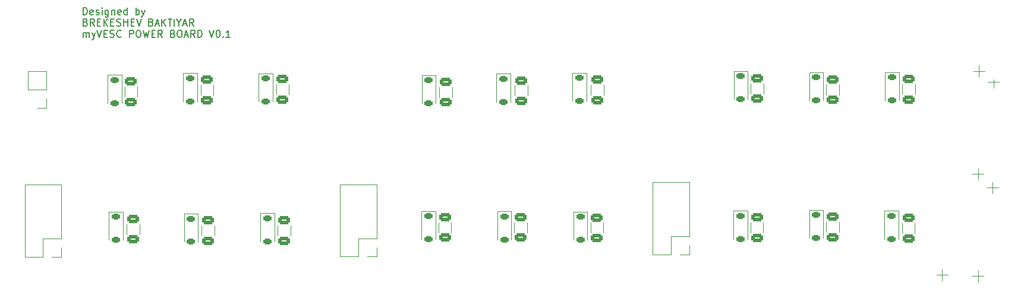
<source format=gto>
%TF.GenerationSoftware,KiCad,Pcbnew,8.0.1*%
%TF.CreationDate,2024-05-07T00:04:45+05:00*%
%TF.ProjectId,PowerBoard,506f7765-7242-46f6-9172-642e6b696361,rev?*%
%TF.SameCoordinates,Original*%
%TF.FileFunction,Legend,Top*%
%TF.FilePolarity,Positive*%
%FSLAX46Y46*%
G04 Gerber Fmt 4.6, Leading zero omitted, Abs format (unit mm)*
G04 Created by KiCad (PCBNEW 8.0.1) date 2024-05-07 00:04:45*
%MOMM*%
%LPD*%
G01*
G04 APERTURE LIST*
G04 Aperture macros list*
%AMRoundRect*
0 Rectangle with rounded corners*
0 $1 Rounding radius*
0 $2 $3 $4 $5 $6 $7 $8 $9 X,Y pos of 4 corners*
0 Add a 4 corners polygon primitive as box body*
4,1,4,$2,$3,$4,$5,$6,$7,$8,$9,$2,$3,0*
0 Add four circle primitives for the rounded corners*
1,1,$1+$1,$2,$3*
1,1,$1+$1,$4,$5*
1,1,$1+$1,$6,$7*
1,1,$1+$1,$8,$9*
0 Add four rect primitives between the rounded corners*
20,1,$1+$1,$2,$3,$4,$5,0*
20,1,$1+$1,$4,$5,$6,$7,0*
20,1,$1+$1,$6,$7,$8,$9,0*
20,1,$1+$1,$8,$9,$2,$3,0*%
G04 Aperture macros list end*
%ADD10C,0.200000*%
%ADD11C,0.120000*%
%ADD12RoundRect,0.225000X-0.375000X0.225000X-0.375000X-0.225000X0.375000X-0.225000X0.375000X0.225000X0*%
%ADD13C,2.200000*%
%ADD14RoundRect,0.250000X-0.625000X0.312500X-0.625000X-0.312500X0.625000X-0.312500X0.625000X0.312500X0*%
%ADD15R,2.400000X2.400000*%
%ADD16C,2.400000*%
%ADD17R,1.700000X1.700000*%
%ADD18O,1.700000X1.700000*%
%ADD19C,0.600000*%
G04 APERTURE END LIST*
D10*
X213269673Y-102997331D02*
X213269673Y-101997331D01*
X213269673Y-101997331D02*
X213507768Y-101997331D01*
X213507768Y-101997331D02*
X213650625Y-102044950D01*
X213650625Y-102044950D02*
X213745863Y-102140188D01*
X213745863Y-102140188D02*
X213793482Y-102235426D01*
X213793482Y-102235426D02*
X213841101Y-102425902D01*
X213841101Y-102425902D02*
X213841101Y-102568759D01*
X213841101Y-102568759D02*
X213793482Y-102759235D01*
X213793482Y-102759235D02*
X213745863Y-102854473D01*
X213745863Y-102854473D02*
X213650625Y-102949712D01*
X213650625Y-102949712D02*
X213507768Y-102997331D01*
X213507768Y-102997331D02*
X213269673Y-102997331D01*
X214650625Y-102949712D02*
X214555387Y-102997331D01*
X214555387Y-102997331D02*
X214364911Y-102997331D01*
X214364911Y-102997331D02*
X214269673Y-102949712D01*
X214269673Y-102949712D02*
X214222054Y-102854473D01*
X214222054Y-102854473D02*
X214222054Y-102473521D01*
X214222054Y-102473521D02*
X214269673Y-102378283D01*
X214269673Y-102378283D02*
X214364911Y-102330664D01*
X214364911Y-102330664D02*
X214555387Y-102330664D01*
X214555387Y-102330664D02*
X214650625Y-102378283D01*
X214650625Y-102378283D02*
X214698244Y-102473521D01*
X214698244Y-102473521D02*
X214698244Y-102568759D01*
X214698244Y-102568759D02*
X214222054Y-102663997D01*
X215079197Y-102949712D02*
X215174435Y-102997331D01*
X215174435Y-102997331D02*
X215364911Y-102997331D01*
X215364911Y-102997331D02*
X215460149Y-102949712D01*
X215460149Y-102949712D02*
X215507768Y-102854473D01*
X215507768Y-102854473D02*
X215507768Y-102806854D01*
X215507768Y-102806854D02*
X215460149Y-102711616D01*
X215460149Y-102711616D02*
X215364911Y-102663997D01*
X215364911Y-102663997D02*
X215222054Y-102663997D01*
X215222054Y-102663997D02*
X215126816Y-102616378D01*
X215126816Y-102616378D02*
X215079197Y-102521140D01*
X215079197Y-102521140D02*
X215079197Y-102473521D01*
X215079197Y-102473521D02*
X215126816Y-102378283D01*
X215126816Y-102378283D02*
X215222054Y-102330664D01*
X215222054Y-102330664D02*
X215364911Y-102330664D01*
X215364911Y-102330664D02*
X215460149Y-102378283D01*
X215936340Y-102997331D02*
X215936340Y-102330664D01*
X215936340Y-101997331D02*
X215888721Y-102044950D01*
X215888721Y-102044950D02*
X215936340Y-102092569D01*
X215936340Y-102092569D02*
X215983959Y-102044950D01*
X215983959Y-102044950D02*
X215936340Y-101997331D01*
X215936340Y-101997331D02*
X215936340Y-102092569D01*
X216841101Y-102330664D02*
X216841101Y-103140188D01*
X216841101Y-103140188D02*
X216793482Y-103235426D01*
X216793482Y-103235426D02*
X216745863Y-103283045D01*
X216745863Y-103283045D02*
X216650625Y-103330664D01*
X216650625Y-103330664D02*
X216507768Y-103330664D01*
X216507768Y-103330664D02*
X216412530Y-103283045D01*
X216841101Y-102949712D02*
X216745863Y-102997331D01*
X216745863Y-102997331D02*
X216555387Y-102997331D01*
X216555387Y-102997331D02*
X216460149Y-102949712D01*
X216460149Y-102949712D02*
X216412530Y-102902092D01*
X216412530Y-102902092D02*
X216364911Y-102806854D01*
X216364911Y-102806854D02*
X216364911Y-102521140D01*
X216364911Y-102521140D02*
X216412530Y-102425902D01*
X216412530Y-102425902D02*
X216460149Y-102378283D01*
X216460149Y-102378283D02*
X216555387Y-102330664D01*
X216555387Y-102330664D02*
X216745863Y-102330664D01*
X216745863Y-102330664D02*
X216841101Y-102378283D01*
X217317292Y-102330664D02*
X217317292Y-102997331D01*
X217317292Y-102425902D02*
X217364911Y-102378283D01*
X217364911Y-102378283D02*
X217460149Y-102330664D01*
X217460149Y-102330664D02*
X217603006Y-102330664D01*
X217603006Y-102330664D02*
X217698244Y-102378283D01*
X217698244Y-102378283D02*
X217745863Y-102473521D01*
X217745863Y-102473521D02*
X217745863Y-102997331D01*
X218603006Y-102949712D02*
X218507768Y-102997331D01*
X218507768Y-102997331D02*
X218317292Y-102997331D01*
X218317292Y-102997331D02*
X218222054Y-102949712D01*
X218222054Y-102949712D02*
X218174435Y-102854473D01*
X218174435Y-102854473D02*
X218174435Y-102473521D01*
X218174435Y-102473521D02*
X218222054Y-102378283D01*
X218222054Y-102378283D02*
X218317292Y-102330664D01*
X218317292Y-102330664D02*
X218507768Y-102330664D01*
X218507768Y-102330664D02*
X218603006Y-102378283D01*
X218603006Y-102378283D02*
X218650625Y-102473521D01*
X218650625Y-102473521D02*
X218650625Y-102568759D01*
X218650625Y-102568759D02*
X218174435Y-102663997D01*
X219507768Y-102997331D02*
X219507768Y-101997331D01*
X219507768Y-102949712D02*
X219412530Y-102997331D01*
X219412530Y-102997331D02*
X219222054Y-102997331D01*
X219222054Y-102997331D02*
X219126816Y-102949712D01*
X219126816Y-102949712D02*
X219079197Y-102902092D01*
X219079197Y-102902092D02*
X219031578Y-102806854D01*
X219031578Y-102806854D02*
X219031578Y-102521140D01*
X219031578Y-102521140D02*
X219079197Y-102425902D01*
X219079197Y-102425902D02*
X219126816Y-102378283D01*
X219126816Y-102378283D02*
X219222054Y-102330664D01*
X219222054Y-102330664D02*
X219412530Y-102330664D01*
X219412530Y-102330664D02*
X219507768Y-102378283D01*
X220745864Y-102997331D02*
X220745864Y-101997331D01*
X220745864Y-102378283D02*
X220841102Y-102330664D01*
X220841102Y-102330664D02*
X221031578Y-102330664D01*
X221031578Y-102330664D02*
X221126816Y-102378283D01*
X221126816Y-102378283D02*
X221174435Y-102425902D01*
X221174435Y-102425902D02*
X221222054Y-102521140D01*
X221222054Y-102521140D02*
X221222054Y-102806854D01*
X221222054Y-102806854D02*
X221174435Y-102902092D01*
X221174435Y-102902092D02*
X221126816Y-102949712D01*
X221126816Y-102949712D02*
X221031578Y-102997331D01*
X221031578Y-102997331D02*
X220841102Y-102997331D01*
X220841102Y-102997331D02*
X220745864Y-102949712D01*
X221555388Y-102330664D02*
X221793483Y-102997331D01*
X222031578Y-102330664D02*
X221793483Y-102997331D01*
X221793483Y-102997331D02*
X221698245Y-103235426D01*
X221698245Y-103235426D02*
X221650626Y-103283045D01*
X221650626Y-103283045D02*
X221555388Y-103330664D01*
X213603006Y-104083465D02*
X213745863Y-104131084D01*
X213745863Y-104131084D02*
X213793482Y-104178703D01*
X213793482Y-104178703D02*
X213841101Y-104273941D01*
X213841101Y-104273941D02*
X213841101Y-104416798D01*
X213841101Y-104416798D02*
X213793482Y-104512036D01*
X213793482Y-104512036D02*
X213745863Y-104559656D01*
X213745863Y-104559656D02*
X213650625Y-104607275D01*
X213650625Y-104607275D02*
X213269673Y-104607275D01*
X213269673Y-104607275D02*
X213269673Y-103607275D01*
X213269673Y-103607275D02*
X213603006Y-103607275D01*
X213603006Y-103607275D02*
X213698244Y-103654894D01*
X213698244Y-103654894D02*
X213745863Y-103702513D01*
X213745863Y-103702513D02*
X213793482Y-103797751D01*
X213793482Y-103797751D02*
X213793482Y-103892989D01*
X213793482Y-103892989D02*
X213745863Y-103988227D01*
X213745863Y-103988227D02*
X213698244Y-104035846D01*
X213698244Y-104035846D02*
X213603006Y-104083465D01*
X213603006Y-104083465D02*
X213269673Y-104083465D01*
X214841101Y-104607275D02*
X214507768Y-104131084D01*
X214269673Y-104607275D02*
X214269673Y-103607275D01*
X214269673Y-103607275D02*
X214650625Y-103607275D01*
X214650625Y-103607275D02*
X214745863Y-103654894D01*
X214745863Y-103654894D02*
X214793482Y-103702513D01*
X214793482Y-103702513D02*
X214841101Y-103797751D01*
X214841101Y-103797751D02*
X214841101Y-103940608D01*
X214841101Y-103940608D02*
X214793482Y-104035846D01*
X214793482Y-104035846D02*
X214745863Y-104083465D01*
X214745863Y-104083465D02*
X214650625Y-104131084D01*
X214650625Y-104131084D02*
X214269673Y-104131084D01*
X215269673Y-104083465D02*
X215603006Y-104083465D01*
X215745863Y-104607275D02*
X215269673Y-104607275D01*
X215269673Y-104607275D02*
X215269673Y-103607275D01*
X215269673Y-103607275D02*
X215745863Y-103607275D01*
X216174435Y-104607275D02*
X216174435Y-103607275D01*
X216745863Y-104607275D02*
X216317292Y-104035846D01*
X216745863Y-103607275D02*
X216174435Y-104178703D01*
X217174435Y-104083465D02*
X217507768Y-104083465D01*
X217650625Y-104607275D02*
X217174435Y-104607275D01*
X217174435Y-104607275D02*
X217174435Y-103607275D01*
X217174435Y-103607275D02*
X217650625Y-103607275D01*
X218031578Y-104559656D02*
X218174435Y-104607275D01*
X218174435Y-104607275D02*
X218412530Y-104607275D01*
X218412530Y-104607275D02*
X218507768Y-104559656D01*
X218507768Y-104559656D02*
X218555387Y-104512036D01*
X218555387Y-104512036D02*
X218603006Y-104416798D01*
X218603006Y-104416798D02*
X218603006Y-104321560D01*
X218603006Y-104321560D02*
X218555387Y-104226322D01*
X218555387Y-104226322D02*
X218507768Y-104178703D01*
X218507768Y-104178703D02*
X218412530Y-104131084D01*
X218412530Y-104131084D02*
X218222054Y-104083465D01*
X218222054Y-104083465D02*
X218126816Y-104035846D01*
X218126816Y-104035846D02*
X218079197Y-103988227D01*
X218079197Y-103988227D02*
X218031578Y-103892989D01*
X218031578Y-103892989D02*
X218031578Y-103797751D01*
X218031578Y-103797751D02*
X218079197Y-103702513D01*
X218079197Y-103702513D02*
X218126816Y-103654894D01*
X218126816Y-103654894D02*
X218222054Y-103607275D01*
X218222054Y-103607275D02*
X218460149Y-103607275D01*
X218460149Y-103607275D02*
X218603006Y-103654894D01*
X219031578Y-104607275D02*
X219031578Y-103607275D01*
X219031578Y-104083465D02*
X219603006Y-104083465D01*
X219603006Y-104607275D02*
X219603006Y-103607275D01*
X220079197Y-104083465D02*
X220412530Y-104083465D01*
X220555387Y-104607275D02*
X220079197Y-104607275D01*
X220079197Y-104607275D02*
X220079197Y-103607275D01*
X220079197Y-103607275D02*
X220555387Y-103607275D01*
X220841102Y-103607275D02*
X221174435Y-104607275D01*
X221174435Y-104607275D02*
X221507768Y-103607275D01*
X222936340Y-104083465D02*
X223079197Y-104131084D01*
X223079197Y-104131084D02*
X223126816Y-104178703D01*
X223126816Y-104178703D02*
X223174435Y-104273941D01*
X223174435Y-104273941D02*
X223174435Y-104416798D01*
X223174435Y-104416798D02*
X223126816Y-104512036D01*
X223126816Y-104512036D02*
X223079197Y-104559656D01*
X223079197Y-104559656D02*
X222983959Y-104607275D01*
X222983959Y-104607275D02*
X222603007Y-104607275D01*
X222603007Y-104607275D02*
X222603007Y-103607275D01*
X222603007Y-103607275D02*
X222936340Y-103607275D01*
X222936340Y-103607275D02*
X223031578Y-103654894D01*
X223031578Y-103654894D02*
X223079197Y-103702513D01*
X223079197Y-103702513D02*
X223126816Y-103797751D01*
X223126816Y-103797751D02*
X223126816Y-103892989D01*
X223126816Y-103892989D02*
X223079197Y-103988227D01*
X223079197Y-103988227D02*
X223031578Y-104035846D01*
X223031578Y-104035846D02*
X222936340Y-104083465D01*
X222936340Y-104083465D02*
X222603007Y-104083465D01*
X223555388Y-104321560D02*
X224031578Y-104321560D01*
X223460150Y-104607275D02*
X223793483Y-103607275D01*
X223793483Y-103607275D02*
X224126816Y-104607275D01*
X224460150Y-104607275D02*
X224460150Y-103607275D01*
X225031578Y-104607275D02*
X224603007Y-104035846D01*
X225031578Y-103607275D02*
X224460150Y-104178703D01*
X225317293Y-103607275D02*
X225888721Y-103607275D01*
X225603007Y-104607275D02*
X225603007Y-103607275D01*
X226222055Y-104607275D02*
X226222055Y-103607275D01*
X226888721Y-104131084D02*
X226888721Y-104607275D01*
X226555388Y-103607275D02*
X226888721Y-104131084D01*
X226888721Y-104131084D02*
X227222054Y-103607275D01*
X227507769Y-104321560D02*
X227983959Y-104321560D01*
X227412531Y-104607275D02*
X227745864Y-103607275D01*
X227745864Y-103607275D02*
X228079197Y-104607275D01*
X228983959Y-104607275D02*
X228650626Y-104131084D01*
X228412531Y-104607275D02*
X228412531Y-103607275D01*
X228412531Y-103607275D02*
X228793483Y-103607275D01*
X228793483Y-103607275D02*
X228888721Y-103654894D01*
X228888721Y-103654894D02*
X228936340Y-103702513D01*
X228936340Y-103702513D02*
X228983959Y-103797751D01*
X228983959Y-103797751D02*
X228983959Y-103940608D01*
X228983959Y-103940608D02*
X228936340Y-104035846D01*
X228936340Y-104035846D02*
X228888721Y-104083465D01*
X228888721Y-104083465D02*
X228793483Y-104131084D01*
X228793483Y-104131084D02*
X228412531Y-104131084D01*
X213269673Y-106217219D02*
X213269673Y-105550552D01*
X213269673Y-105645790D02*
X213317292Y-105598171D01*
X213317292Y-105598171D02*
X213412530Y-105550552D01*
X213412530Y-105550552D02*
X213555387Y-105550552D01*
X213555387Y-105550552D02*
X213650625Y-105598171D01*
X213650625Y-105598171D02*
X213698244Y-105693409D01*
X213698244Y-105693409D02*
X213698244Y-106217219D01*
X213698244Y-105693409D02*
X213745863Y-105598171D01*
X213745863Y-105598171D02*
X213841101Y-105550552D01*
X213841101Y-105550552D02*
X213983958Y-105550552D01*
X213983958Y-105550552D02*
X214079197Y-105598171D01*
X214079197Y-105598171D02*
X214126816Y-105693409D01*
X214126816Y-105693409D02*
X214126816Y-106217219D01*
X214507768Y-105550552D02*
X214745863Y-106217219D01*
X214983958Y-105550552D02*
X214745863Y-106217219D01*
X214745863Y-106217219D02*
X214650625Y-106455314D01*
X214650625Y-106455314D02*
X214603006Y-106502933D01*
X214603006Y-106502933D02*
X214507768Y-106550552D01*
X215222054Y-105217219D02*
X215555387Y-106217219D01*
X215555387Y-106217219D02*
X215888720Y-105217219D01*
X216222054Y-105693409D02*
X216555387Y-105693409D01*
X216698244Y-106217219D02*
X216222054Y-106217219D01*
X216222054Y-106217219D02*
X216222054Y-105217219D01*
X216222054Y-105217219D02*
X216698244Y-105217219D01*
X217079197Y-106169600D02*
X217222054Y-106217219D01*
X217222054Y-106217219D02*
X217460149Y-106217219D01*
X217460149Y-106217219D02*
X217555387Y-106169600D01*
X217555387Y-106169600D02*
X217603006Y-106121980D01*
X217603006Y-106121980D02*
X217650625Y-106026742D01*
X217650625Y-106026742D02*
X217650625Y-105931504D01*
X217650625Y-105931504D02*
X217603006Y-105836266D01*
X217603006Y-105836266D02*
X217555387Y-105788647D01*
X217555387Y-105788647D02*
X217460149Y-105741028D01*
X217460149Y-105741028D02*
X217269673Y-105693409D01*
X217269673Y-105693409D02*
X217174435Y-105645790D01*
X217174435Y-105645790D02*
X217126816Y-105598171D01*
X217126816Y-105598171D02*
X217079197Y-105502933D01*
X217079197Y-105502933D02*
X217079197Y-105407695D01*
X217079197Y-105407695D02*
X217126816Y-105312457D01*
X217126816Y-105312457D02*
X217174435Y-105264838D01*
X217174435Y-105264838D02*
X217269673Y-105217219D01*
X217269673Y-105217219D02*
X217507768Y-105217219D01*
X217507768Y-105217219D02*
X217650625Y-105264838D01*
X218650625Y-106121980D02*
X218603006Y-106169600D01*
X218603006Y-106169600D02*
X218460149Y-106217219D01*
X218460149Y-106217219D02*
X218364911Y-106217219D01*
X218364911Y-106217219D02*
X218222054Y-106169600D01*
X218222054Y-106169600D02*
X218126816Y-106074361D01*
X218126816Y-106074361D02*
X218079197Y-105979123D01*
X218079197Y-105979123D02*
X218031578Y-105788647D01*
X218031578Y-105788647D02*
X218031578Y-105645790D01*
X218031578Y-105645790D02*
X218079197Y-105455314D01*
X218079197Y-105455314D02*
X218126816Y-105360076D01*
X218126816Y-105360076D02*
X218222054Y-105264838D01*
X218222054Y-105264838D02*
X218364911Y-105217219D01*
X218364911Y-105217219D02*
X218460149Y-105217219D01*
X218460149Y-105217219D02*
X218603006Y-105264838D01*
X218603006Y-105264838D02*
X218650625Y-105312457D01*
X219841102Y-106217219D02*
X219841102Y-105217219D01*
X219841102Y-105217219D02*
X220222054Y-105217219D01*
X220222054Y-105217219D02*
X220317292Y-105264838D01*
X220317292Y-105264838D02*
X220364911Y-105312457D01*
X220364911Y-105312457D02*
X220412530Y-105407695D01*
X220412530Y-105407695D02*
X220412530Y-105550552D01*
X220412530Y-105550552D02*
X220364911Y-105645790D01*
X220364911Y-105645790D02*
X220317292Y-105693409D01*
X220317292Y-105693409D02*
X220222054Y-105741028D01*
X220222054Y-105741028D02*
X219841102Y-105741028D01*
X221031578Y-105217219D02*
X221222054Y-105217219D01*
X221222054Y-105217219D02*
X221317292Y-105264838D01*
X221317292Y-105264838D02*
X221412530Y-105360076D01*
X221412530Y-105360076D02*
X221460149Y-105550552D01*
X221460149Y-105550552D02*
X221460149Y-105883885D01*
X221460149Y-105883885D02*
X221412530Y-106074361D01*
X221412530Y-106074361D02*
X221317292Y-106169600D01*
X221317292Y-106169600D02*
X221222054Y-106217219D01*
X221222054Y-106217219D02*
X221031578Y-106217219D01*
X221031578Y-106217219D02*
X220936340Y-106169600D01*
X220936340Y-106169600D02*
X220841102Y-106074361D01*
X220841102Y-106074361D02*
X220793483Y-105883885D01*
X220793483Y-105883885D02*
X220793483Y-105550552D01*
X220793483Y-105550552D02*
X220841102Y-105360076D01*
X220841102Y-105360076D02*
X220936340Y-105264838D01*
X220936340Y-105264838D02*
X221031578Y-105217219D01*
X221793483Y-105217219D02*
X222031578Y-106217219D01*
X222031578Y-106217219D02*
X222222054Y-105502933D01*
X222222054Y-105502933D02*
X222412530Y-106217219D01*
X222412530Y-106217219D02*
X222650626Y-105217219D01*
X223031578Y-105693409D02*
X223364911Y-105693409D01*
X223507768Y-106217219D02*
X223031578Y-106217219D01*
X223031578Y-106217219D02*
X223031578Y-105217219D01*
X223031578Y-105217219D02*
X223507768Y-105217219D01*
X224507768Y-106217219D02*
X224174435Y-105741028D01*
X223936340Y-106217219D02*
X223936340Y-105217219D01*
X223936340Y-105217219D02*
X224317292Y-105217219D01*
X224317292Y-105217219D02*
X224412530Y-105264838D01*
X224412530Y-105264838D02*
X224460149Y-105312457D01*
X224460149Y-105312457D02*
X224507768Y-105407695D01*
X224507768Y-105407695D02*
X224507768Y-105550552D01*
X224507768Y-105550552D02*
X224460149Y-105645790D01*
X224460149Y-105645790D02*
X224412530Y-105693409D01*
X224412530Y-105693409D02*
X224317292Y-105741028D01*
X224317292Y-105741028D02*
X223936340Y-105741028D01*
X226031578Y-105693409D02*
X226174435Y-105741028D01*
X226174435Y-105741028D02*
X226222054Y-105788647D01*
X226222054Y-105788647D02*
X226269673Y-105883885D01*
X226269673Y-105883885D02*
X226269673Y-106026742D01*
X226269673Y-106026742D02*
X226222054Y-106121980D01*
X226222054Y-106121980D02*
X226174435Y-106169600D01*
X226174435Y-106169600D02*
X226079197Y-106217219D01*
X226079197Y-106217219D02*
X225698245Y-106217219D01*
X225698245Y-106217219D02*
X225698245Y-105217219D01*
X225698245Y-105217219D02*
X226031578Y-105217219D01*
X226031578Y-105217219D02*
X226126816Y-105264838D01*
X226126816Y-105264838D02*
X226174435Y-105312457D01*
X226174435Y-105312457D02*
X226222054Y-105407695D01*
X226222054Y-105407695D02*
X226222054Y-105502933D01*
X226222054Y-105502933D02*
X226174435Y-105598171D01*
X226174435Y-105598171D02*
X226126816Y-105645790D01*
X226126816Y-105645790D02*
X226031578Y-105693409D01*
X226031578Y-105693409D02*
X225698245Y-105693409D01*
X226888721Y-105217219D02*
X227079197Y-105217219D01*
X227079197Y-105217219D02*
X227174435Y-105264838D01*
X227174435Y-105264838D02*
X227269673Y-105360076D01*
X227269673Y-105360076D02*
X227317292Y-105550552D01*
X227317292Y-105550552D02*
X227317292Y-105883885D01*
X227317292Y-105883885D02*
X227269673Y-106074361D01*
X227269673Y-106074361D02*
X227174435Y-106169600D01*
X227174435Y-106169600D02*
X227079197Y-106217219D01*
X227079197Y-106217219D02*
X226888721Y-106217219D01*
X226888721Y-106217219D02*
X226793483Y-106169600D01*
X226793483Y-106169600D02*
X226698245Y-106074361D01*
X226698245Y-106074361D02*
X226650626Y-105883885D01*
X226650626Y-105883885D02*
X226650626Y-105550552D01*
X226650626Y-105550552D02*
X226698245Y-105360076D01*
X226698245Y-105360076D02*
X226793483Y-105264838D01*
X226793483Y-105264838D02*
X226888721Y-105217219D01*
X227698245Y-105931504D02*
X228174435Y-105931504D01*
X227603007Y-106217219D02*
X227936340Y-105217219D01*
X227936340Y-105217219D02*
X228269673Y-106217219D01*
X229174435Y-106217219D02*
X228841102Y-105741028D01*
X228603007Y-106217219D02*
X228603007Y-105217219D01*
X228603007Y-105217219D02*
X228983959Y-105217219D01*
X228983959Y-105217219D02*
X229079197Y-105264838D01*
X229079197Y-105264838D02*
X229126816Y-105312457D01*
X229126816Y-105312457D02*
X229174435Y-105407695D01*
X229174435Y-105407695D02*
X229174435Y-105550552D01*
X229174435Y-105550552D02*
X229126816Y-105645790D01*
X229126816Y-105645790D02*
X229079197Y-105693409D01*
X229079197Y-105693409D02*
X228983959Y-105741028D01*
X228983959Y-105741028D02*
X228603007Y-105741028D01*
X229603007Y-106217219D02*
X229603007Y-105217219D01*
X229603007Y-105217219D02*
X229841102Y-105217219D01*
X229841102Y-105217219D02*
X229983959Y-105264838D01*
X229983959Y-105264838D02*
X230079197Y-105360076D01*
X230079197Y-105360076D02*
X230126816Y-105455314D01*
X230126816Y-105455314D02*
X230174435Y-105645790D01*
X230174435Y-105645790D02*
X230174435Y-105788647D01*
X230174435Y-105788647D02*
X230126816Y-105979123D01*
X230126816Y-105979123D02*
X230079197Y-106074361D01*
X230079197Y-106074361D02*
X229983959Y-106169600D01*
X229983959Y-106169600D02*
X229841102Y-106217219D01*
X229841102Y-106217219D02*
X229603007Y-106217219D01*
X231222055Y-105217219D02*
X231555388Y-106217219D01*
X231555388Y-106217219D02*
X231888721Y-105217219D01*
X232412531Y-105217219D02*
X232507769Y-105217219D01*
X232507769Y-105217219D02*
X232603007Y-105264838D01*
X232603007Y-105264838D02*
X232650626Y-105312457D01*
X232650626Y-105312457D02*
X232698245Y-105407695D01*
X232698245Y-105407695D02*
X232745864Y-105598171D01*
X232745864Y-105598171D02*
X232745864Y-105836266D01*
X232745864Y-105836266D02*
X232698245Y-106026742D01*
X232698245Y-106026742D02*
X232650626Y-106121980D01*
X232650626Y-106121980D02*
X232603007Y-106169600D01*
X232603007Y-106169600D02*
X232507769Y-106217219D01*
X232507769Y-106217219D02*
X232412531Y-106217219D01*
X232412531Y-106217219D02*
X232317293Y-106169600D01*
X232317293Y-106169600D02*
X232269674Y-106121980D01*
X232269674Y-106121980D02*
X232222055Y-106026742D01*
X232222055Y-106026742D02*
X232174436Y-105836266D01*
X232174436Y-105836266D02*
X232174436Y-105598171D01*
X232174436Y-105598171D02*
X232222055Y-105407695D01*
X232222055Y-105407695D02*
X232269674Y-105312457D01*
X232269674Y-105312457D02*
X232317293Y-105264838D01*
X232317293Y-105264838D02*
X232412531Y-105217219D01*
X233174436Y-106121980D02*
X233222055Y-106169600D01*
X233222055Y-106169600D02*
X233174436Y-106217219D01*
X233174436Y-106217219D02*
X233126817Y-106169600D01*
X233126817Y-106169600D02*
X233174436Y-106121980D01*
X233174436Y-106121980D02*
X233174436Y-106217219D01*
X234174435Y-106217219D02*
X233603007Y-106217219D01*
X233888721Y-106217219D02*
X233888721Y-105217219D01*
X233888721Y-105217219D02*
X233793483Y-105360076D01*
X233793483Y-105360076D02*
X233698245Y-105455314D01*
X233698245Y-105455314D02*
X233603007Y-105502933D01*
D11*
%TO.C,D2*%
X227500000Y-111340000D02*
X227500000Y-115350000D01*
X229500000Y-111340000D02*
X227500000Y-111340000D01*
X229500000Y-111340000D02*
X229500000Y-115350000D01*
%TO.C,D9*%
X261482332Y-111638057D02*
X261482332Y-115648057D01*
X263482332Y-111638057D02*
X261482332Y-111638057D01*
X263482332Y-111638057D02*
X263482332Y-115648057D01*
%TO.C,D4*%
X238500000Y-131340000D02*
X238500000Y-135350000D01*
X240500000Y-131340000D02*
X238500000Y-131340000D01*
X240500000Y-131340000D02*
X240500000Y-135350000D01*
%TO.C,R27*%
X308322332Y-132673493D02*
X308322332Y-134127621D01*
X310142332Y-132673493D02*
X310142332Y-134127621D01*
%TO.C,C19*%
X340850000Y-110250000D02*
X340850000Y-111850000D01*
X341650000Y-111050000D02*
X340050000Y-111050000D01*
%TO.C,R25*%
X329912332Y-132723493D02*
X329912332Y-134177621D01*
X331732332Y-132723493D02*
X331732332Y-134177621D01*
%TO.C,R3*%
X219140000Y-113272936D02*
X219140000Y-114727064D01*
X220960000Y-113272936D02*
X220960000Y-114727064D01*
%TO.C,R24*%
X263872332Y-132620993D02*
X263872332Y-134075121D01*
X265692332Y-132620993D02*
X265692332Y-134075121D01*
%TO.C,C23*%
X342798749Y-126879999D02*
X342798749Y-128480000D01*
X343598749Y-127680000D02*
X341998749Y-127680000D01*
%TO.C,R20*%
X230140000Y-133072936D02*
X230140000Y-134527064D01*
X231960000Y-133072936D02*
X231960000Y-134527064D01*
%TO.C,D17*%
X316672332Y-111228057D02*
X316672332Y-115238057D01*
X318672332Y-111228057D02*
X316672332Y-111228057D01*
X318672332Y-111228057D02*
X318672332Y-115238057D01*
%TO.C,R1*%
X240740000Y-112922936D02*
X240740000Y-114377064D01*
X242560000Y-112922936D02*
X242560000Y-114377064D01*
%TO.C,R4*%
X285572332Y-113020993D02*
X285572332Y-114475121D01*
X287392332Y-113020993D02*
X287392332Y-114475121D01*
%TO.C,D1*%
X238250000Y-111390000D02*
X238250000Y-115400000D01*
X240250000Y-111390000D02*
X238250000Y-111390000D01*
X240250000Y-111390000D02*
X240250000Y-115400000D01*
%TO.C,D18*%
X327472332Y-111228057D02*
X327472332Y-115238057D01*
X329472332Y-111228057D02*
X327472332Y-111228057D01*
X329472332Y-111228057D02*
X329472332Y-115238057D01*
%TO.C,R19*%
X240940000Y-133072936D02*
X240940000Y-134527064D01*
X242760000Y-133072936D02*
X242760000Y-134527064D01*
%TO.C,R22*%
X285522332Y-132683493D02*
X285522332Y-134137621D01*
X287342332Y-132683493D02*
X287342332Y-134137621D01*
%TO.C,C21*%
X340750000Y-139500000D02*
X340750000Y-141100000D01*
X341550000Y-140300000D02*
X339950000Y-140300000D01*
%TO.C,R5*%
X274722332Y-113120993D02*
X274722332Y-114575121D01*
X276542332Y-113120993D02*
X276542332Y-114575121D01*
%TO.C,D15*%
X305872332Y-130978057D02*
X305872332Y-134988057D01*
X307872332Y-130978057D02*
X305872332Y-130978057D01*
X307872332Y-130978057D02*
X307872332Y-134988057D01*
%TO.C,J7*%
X294402332Y-137208057D02*
X294402332Y-126928057D01*
X297002332Y-134608057D02*
X297002332Y-137208057D01*
X297002332Y-137208057D02*
X294402332Y-137208057D01*
X299602332Y-126928057D02*
X294402332Y-126928057D01*
X299602332Y-134608057D02*
X297002332Y-134608057D01*
X299602332Y-134608057D02*
X299602332Y-126928057D01*
X299602332Y-135878057D02*
X299602332Y-137208057D01*
X299602332Y-137208057D02*
X298272332Y-137208057D01*
%TO.C,R7*%
X329962332Y-112910993D02*
X329962332Y-114365121D01*
X331782332Y-112910993D02*
X331782332Y-114365121D01*
%TO.C,R23*%
X274672332Y-132620993D02*
X274672332Y-134075121D01*
X276492332Y-132620993D02*
X276492332Y-134075121D01*
%TO.C,R9*%
X308362332Y-112810993D02*
X308362332Y-114265121D01*
X310182332Y-112810993D02*
X310182332Y-114265121D01*
%TO.C,D10*%
X283082332Y-131100557D02*
X283082332Y-135110557D01*
X285082332Y-131100557D02*
X283082332Y-131100557D01*
X285082332Y-131100557D02*
X285082332Y-135110557D01*
%TO.C,R8*%
X319112332Y-112960993D02*
X319112332Y-114415121D01*
X320932332Y-112960993D02*
X320932332Y-114415121D01*
%TO.C,D16*%
X305922332Y-111078057D02*
X305922332Y-115088057D01*
X307922332Y-111078057D02*
X305922332Y-111078057D01*
X307922332Y-111078057D02*
X307922332Y-115088057D01*
%TO.C,D12*%
X261432332Y-131038057D02*
X261432332Y-135048057D01*
X263432332Y-131038057D02*
X261432332Y-131038057D01*
X263432332Y-131038057D02*
X263432332Y-135048057D01*
%TO.C,D8*%
X272132332Y-111438057D02*
X272132332Y-115448057D01*
X274132332Y-111438057D02*
X272132332Y-111438057D01*
X274132332Y-111438057D02*
X274132332Y-115448057D01*
%TO.C,D7*%
X282932332Y-111288057D02*
X282932332Y-115298057D01*
X284932332Y-111288057D02*
X282932332Y-111288057D01*
X284932332Y-111288057D02*
X284932332Y-115298057D01*
%TO.C,D3*%
X216750000Y-111590000D02*
X216750000Y-115600000D01*
X218750000Y-111590000D02*
X216750000Y-111590000D01*
X218750000Y-111590000D02*
X218750000Y-115600000D01*
%TO.C,J12*%
X205370000Y-113705000D02*
X205370000Y-111105000D01*
X208030000Y-111105000D02*
X205370000Y-111105000D01*
X208030000Y-113705000D02*
X205370000Y-113705000D01*
X208030000Y-113705000D02*
X208030000Y-111105000D01*
X208030000Y-114975000D02*
X208030000Y-116305000D01*
X208030000Y-116305000D02*
X206700000Y-116305000D01*
%TO.C,C22*%
X335598750Y-139330000D02*
X335598750Y-140930000D01*
X336398750Y-140130000D02*
X334798750Y-140130000D01*
%TO.C,R2*%
X229990000Y-113022936D02*
X229990000Y-114477064D01*
X231810000Y-113022936D02*
X231810000Y-114477064D01*
%TO.C,J6*%
X204930000Y-137530000D02*
X204930000Y-127250000D01*
X207530000Y-134930000D02*
X207530000Y-137530000D01*
X207530000Y-137530000D02*
X204930000Y-137530000D01*
X210130000Y-127250000D02*
X204930000Y-127250000D01*
X210130000Y-134930000D02*
X207530000Y-134930000D01*
X210130000Y-134930000D02*
X210130000Y-127250000D01*
X210130000Y-136200000D02*
X210130000Y-137530000D01*
X210130000Y-137530000D02*
X208800000Y-137530000D01*
%TO.C,R21*%
X219440000Y-132872936D02*
X219440000Y-134327064D01*
X221260000Y-132872936D02*
X221260000Y-134327064D01*
%TO.C,C24*%
X342920001Y-111800001D02*
X342920001Y-113399999D01*
X343720000Y-112600000D02*
X342120002Y-112600000D01*
%TO.C,D13*%
X327422332Y-130990557D02*
X327422332Y-135000557D01*
X329422332Y-130990557D02*
X327422332Y-130990557D01*
X329422332Y-130990557D02*
X329422332Y-135000557D01*
%TO.C,D6*%
X216900000Y-131140000D02*
X216900000Y-135150000D01*
X218900000Y-131140000D02*
X216900000Y-131140000D01*
X218900000Y-131140000D02*
X218900000Y-135150000D01*
%TO.C,C20*%
X340750000Y-124950000D02*
X340750000Y-126550000D01*
X341550000Y-125750000D02*
X339950000Y-125750000D01*
%TO.C,D14*%
X316672332Y-130865557D02*
X316672332Y-134875557D01*
X318672332Y-130865557D02*
X316672332Y-130865557D01*
X318672332Y-130865557D02*
X318672332Y-134875557D01*
%TO.C,D11*%
X272239832Y-131078057D02*
X272239832Y-135088057D01*
X274239832Y-131078057D02*
X272239832Y-131078057D01*
X274239832Y-131078057D02*
X274239832Y-135088057D01*
%TO.C,R26*%
X319112332Y-132560993D02*
X319112332Y-134015121D01*
X320932332Y-132560993D02*
X320932332Y-134015121D01*
%TO.C,D5*%
X227612500Y-131400000D02*
X227612500Y-135410000D01*
X229612500Y-131400000D02*
X227612500Y-131400000D01*
X229612500Y-131400000D02*
X229612500Y-135410000D01*
%TO.C,R6*%
X263972332Y-113320993D02*
X263972332Y-114775121D01*
X265792332Y-113320993D02*
X265792332Y-114775121D01*
%TO.C,J5*%
X249862332Y-137518057D02*
X249862332Y-127238057D01*
X252462332Y-134918057D02*
X252462332Y-137518057D01*
X252462332Y-137518057D02*
X249862332Y-137518057D01*
X255062332Y-127238057D02*
X249862332Y-127238057D01*
X255062332Y-134918057D02*
X252462332Y-134918057D01*
X255062332Y-134918057D02*
X255062332Y-127238057D01*
X255062332Y-136188057D02*
X255062332Y-137518057D01*
X255062332Y-137518057D02*
X253732332Y-137518057D01*
%TD*%
%LPC*%
D12*
%TO.C,D2*%
X228500000Y-112050000D03*
X228500000Y-115350000D03*
%TD*%
%TO.C,D9*%
X262482332Y-112348057D03*
X262482332Y-115648057D03*
%TD*%
%TO.C,D4*%
X239500000Y-132050000D03*
X239500000Y-135350000D03*
%TD*%
D13*
%TO.C,H3*%
X342564466Y-106185534D03*
%TD*%
D14*
%TO.C,R27*%
X309232332Y-131938057D03*
X309232332Y-134863057D03*
%TD*%
D15*
%TO.C,C19*%
X343150000Y-111050000D03*
D16*
X343150000Y-118550000D03*
%TD*%
D14*
%TO.C,R25*%
X330822332Y-131988057D03*
X330822332Y-134913057D03*
%TD*%
%TO.C,R3*%
X220050000Y-112537500D03*
X220050000Y-115462500D03*
%TD*%
%TO.C,R24*%
X264782332Y-131885557D03*
X264782332Y-134810557D03*
%TD*%
D15*
%TO.C,C23*%
X345298749Y-129480000D03*
D16*
X345298749Y-136980000D03*
%TD*%
D14*
%TO.C,R20*%
X231050000Y-132337500D03*
X231050000Y-135262500D03*
%TD*%
D12*
%TO.C,D17*%
X317672332Y-111938057D03*
X317672332Y-115238057D03*
%TD*%
D14*
%TO.C,R1*%
X241650000Y-112187500D03*
X241650000Y-115112500D03*
%TD*%
%TO.C,R4*%
X286482332Y-112285557D03*
X286482332Y-115210557D03*
%TD*%
D12*
%TO.C,D1*%
X239250000Y-112100000D03*
X239250000Y-115400000D03*
%TD*%
%TO.C,D18*%
X328472332Y-111938057D03*
X328472332Y-115238057D03*
%TD*%
D13*
%TO.C,H1*%
X207600000Y-106150000D03*
%TD*%
D14*
%TO.C,R19*%
X241850000Y-132337500D03*
X241850000Y-135262500D03*
%TD*%
%TO.C,R22*%
X286432332Y-131948057D03*
X286432332Y-134873057D03*
%TD*%
D15*
%TO.C,C21*%
X343250000Y-140300000D03*
D16*
X343250000Y-147800000D03*
%TD*%
D14*
%TO.C,R5*%
X275632332Y-112385557D03*
X275632332Y-115310557D03*
%TD*%
D12*
%TO.C,D15*%
X306872332Y-131688057D03*
X306872332Y-134988057D03*
%TD*%
D17*
%TO.C,J7*%
X298272332Y-135878057D03*
D18*
X295732332Y-135878057D03*
X298272332Y-133338057D03*
X295732332Y-133338057D03*
X298272332Y-130798057D03*
X295732332Y-130798057D03*
X298272332Y-128258057D03*
X295732332Y-128258057D03*
%TD*%
D14*
%TO.C,R7*%
X330872332Y-112175557D03*
X330872332Y-115100557D03*
%TD*%
%TO.C,R23*%
X275582332Y-131885557D03*
X275582332Y-134810557D03*
%TD*%
%TO.C,R9*%
X309272332Y-112075557D03*
X309272332Y-115000557D03*
%TD*%
D12*
%TO.C,D10*%
X284082332Y-131810557D03*
X284082332Y-135110557D03*
%TD*%
D13*
%TO.C,H4*%
X342614466Y-153164466D03*
%TD*%
D14*
%TO.C,R8*%
X320022332Y-112225557D03*
X320022332Y-115150557D03*
%TD*%
D12*
%TO.C,D16*%
X306922332Y-111788057D03*
X306922332Y-115088057D03*
%TD*%
%TO.C,D12*%
X262432332Y-131748057D03*
X262432332Y-135048057D03*
%TD*%
%TO.C,D8*%
X273132332Y-112148057D03*
X273132332Y-115448057D03*
%TD*%
%TO.C,D7*%
X283932332Y-111998057D03*
X283932332Y-115298057D03*
%TD*%
%TO.C,D3*%
X217750000Y-112300000D03*
X217750000Y-115600000D03*
%TD*%
D17*
%TO.C,J12*%
X206700000Y-114975000D03*
D18*
X206700000Y-112435000D03*
%TD*%
D15*
%TO.C,C22*%
X338098750Y-142130000D03*
D16*
X338098750Y-149630000D03*
%TD*%
D14*
%TO.C,R2*%
X230900000Y-112287500D03*
X230900000Y-115212500D03*
%TD*%
D17*
%TO.C,J6*%
X208800000Y-136200000D03*
D18*
X206260000Y-136200000D03*
X208800000Y-133660000D03*
X206260000Y-133660000D03*
X208800000Y-131120000D03*
X206260000Y-131120000D03*
X208800000Y-128580000D03*
X206260000Y-128580000D03*
%TD*%
D14*
%TO.C,R21*%
X220350000Y-132137500D03*
X220350000Y-135062500D03*
%TD*%
D15*
%TO.C,C24*%
X344920001Y-114600000D03*
D16*
X344920001Y-122100000D03*
%TD*%
D12*
%TO.C,D13*%
X328422332Y-131700557D03*
X328422332Y-135000557D03*
%TD*%
%TO.C,D6*%
X217900000Y-131850000D03*
X217900000Y-135150000D03*
%TD*%
D15*
%TO.C,C20*%
X343250000Y-125750000D03*
D16*
X343250000Y-133250000D03*
%TD*%
D12*
%TO.C,D14*%
X317672332Y-131575557D03*
X317672332Y-134875557D03*
%TD*%
%TO.C,D11*%
X273239832Y-131788057D03*
X273239832Y-135088057D03*
%TD*%
D14*
%TO.C,R26*%
X320022332Y-131825557D03*
X320022332Y-134750557D03*
%TD*%
D12*
%TO.C,D5*%
X228612500Y-132110000D03*
X228612500Y-135410000D03*
%TD*%
D14*
%TO.C,R6*%
X264882332Y-112585557D03*
X264882332Y-115510557D03*
%TD*%
D13*
%TO.C,H2*%
X207635534Y-153114466D03*
%TD*%
D17*
%TO.C,J5*%
X253732332Y-136188057D03*
D18*
X251192332Y-136188057D03*
X253732332Y-133648057D03*
X251192332Y-133648057D03*
X253732332Y-131108057D03*
X251192332Y-131108057D03*
X253732332Y-128568057D03*
X251192332Y-128568057D03*
%TD*%
D19*
X342275000Y-108745000D03*
X245755000Y-157005000D03*
X257200000Y-152550000D03*
X250750000Y-156100000D03*
X210195000Y-139225000D03*
X281315000Y-154465000D03*
X219700000Y-153900000D03*
X299095000Y-149385000D03*
X324495000Y-157005000D03*
X204600000Y-115150000D03*
X214150000Y-156300000D03*
X294015000Y-149385000D03*
X242000000Y-152350000D03*
X289600000Y-155700000D03*
X319415000Y-154465000D03*
X278775000Y-154465000D03*
X276235000Y-157005000D03*
X309255000Y-144305000D03*
X337195000Y-146845000D03*
X344815000Y-144305000D03*
X294015000Y-157005000D03*
X215275000Y-154465000D03*
X230515000Y-149385000D03*
X280350000Y-152750000D03*
X243215000Y-154465000D03*
X238135000Y-146845000D03*
X220355000Y-157005000D03*
X225435000Y-136685000D03*
X294015000Y-151925000D03*
X291475000Y-154465000D03*
X344815000Y-154465000D03*
X271155000Y-116365000D03*
X306715000Y-154465000D03*
X276000000Y-154600000D03*
X210195000Y-154465000D03*
X342275000Y-144305000D03*
X339735000Y-154465000D03*
X223600000Y-156300000D03*
X205115000Y-151925000D03*
X205115000Y-121445000D03*
X255915000Y-154465000D03*
X238135000Y-157005000D03*
X280350000Y-156500000D03*
X337195000Y-144305000D03*
X205115000Y-106205000D03*
X225435000Y-157005000D03*
X324495000Y-154465000D03*
X220355000Y-149385000D03*
X320350000Y-152550000D03*
X309255000Y-151925000D03*
X205115000Y-141765000D03*
X230515000Y-157005000D03*
X324495000Y-116365000D03*
X205115000Y-103665000D03*
X225435000Y-116365000D03*
X212735000Y-136685000D03*
X260995000Y-116365000D03*
X344815000Y-151925000D03*
X311600000Y-152550000D03*
X332115000Y-141765000D03*
X311600000Y-156300000D03*
X217450000Y-154400000D03*
X235595000Y-146845000D03*
X309255000Y-154465000D03*
X258455000Y-154465000D03*
X205115000Y-118905000D03*
X309255000Y-149385000D03*
X268615000Y-116365000D03*
X321955000Y-157005000D03*
X286395000Y-151925000D03*
X309255000Y-157005000D03*
X215275000Y-136685000D03*
X281315000Y-146845000D03*
X263535000Y-154465000D03*
X250835000Y-144305000D03*
X248295000Y-146845000D03*
X327035000Y-116365000D03*
X296555000Y-146845000D03*
X248295000Y-139225000D03*
X212735000Y-157005000D03*
X227975000Y-157005000D03*
X296555000Y-151925000D03*
X250750000Y-152350000D03*
X255915000Y-116365000D03*
X253375000Y-149385000D03*
X321955000Y-149385000D03*
X337750000Y-156500000D03*
X248295000Y-144305000D03*
X286395000Y-157005000D03*
X271600000Y-156500000D03*
X205115000Y-146845000D03*
X283855000Y-146845000D03*
X222895000Y-136685000D03*
X268615000Y-154465000D03*
X220355000Y-151925000D03*
X320350000Y-156300000D03*
X263535000Y-157005000D03*
X248295000Y-149385000D03*
X207655000Y-108745000D03*
X273695000Y-154465000D03*
X230515000Y-154465000D03*
X253375000Y-151925000D03*
X266075000Y-154465000D03*
X250835000Y-139225000D03*
X314335000Y-116365000D03*
X266075000Y-149385000D03*
X301635000Y-157005000D03*
X214150000Y-152550000D03*
X250835000Y-141765000D03*
X235595000Y-136685000D03*
X205115000Y-108745000D03*
X235595000Y-116365000D03*
X205115000Y-139225000D03*
X248295000Y-136685000D03*
X327035000Y-146845000D03*
X342275000Y-157005000D03*
X211850000Y-154750000D03*
X278775000Y-157005000D03*
X329000000Y-156500000D03*
X294015000Y-146845000D03*
X232350000Y-152550000D03*
X246400000Y-154200000D03*
X223600000Y-152550000D03*
X253375000Y-154465000D03*
X240675000Y-154465000D03*
X250835000Y-149385000D03*
X327035000Y-157005000D03*
X207655000Y-146845000D03*
X230515000Y-151925000D03*
X248295000Y-134145000D03*
X276235000Y-149385000D03*
X268615000Y-157005000D03*
X294015000Y-134145000D03*
X207655000Y-149385000D03*
X222895000Y-154465000D03*
X210195000Y-141765000D03*
X271155000Y-154465000D03*
X339735000Y-157005000D03*
X210195000Y-157005000D03*
X332115000Y-144305000D03*
X290400000Y-150600000D03*
X261600000Y-154400000D03*
X232350000Y-156300000D03*
X260995000Y-157005000D03*
X233055000Y-136685000D03*
X207655000Y-118905000D03*
X207655000Y-157005000D03*
X329000000Y-152750000D03*
X344815000Y-103665000D03*
X276235000Y-151925000D03*
X344815000Y-108745000D03*
X332115000Y-149385000D03*
X233055000Y-149385000D03*
X296555000Y-157005000D03*
X248295000Y-131605000D03*
X314335000Y-157005000D03*
X238135000Y-154465000D03*
X294015000Y-136685000D03*
X205115000Y-149385000D03*
X314335000Y-154465000D03*
X296555000Y-149385000D03*
X248295000Y-157005000D03*
X257200000Y-156300000D03*
X233055000Y-154465000D03*
X299095000Y-141765000D03*
X250835000Y-146845000D03*
X210195000Y-151925000D03*
X329575000Y-146845000D03*
X306715000Y-157005000D03*
X235595000Y-154465000D03*
X311795000Y-154465000D03*
X253375000Y-146845000D03*
X235595000Y-157005000D03*
X298350000Y-151950000D03*
X225435000Y-154465000D03*
X342275000Y-121445000D03*
X333400000Y-154600000D03*
X332115000Y-146845000D03*
X283855000Y-154465000D03*
X286395000Y-146845000D03*
X210195000Y-116365000D03*
X283855000Y-157005000D03*
X248295000Y-151925000D03*
X294000000Y-153800000D03*
X327035000Y-154465000D03*
X291475000Y-157005000D03*
X222895000Y-116365000D03*
X210195000Y-149385000D03*
X296555000Y-154465000D03*
X242000000Y-156100000D03*
X233055000Y-116365000D03*
X281315000Y-116365000D03*
X245600000Y-150800000D03*
X240675000Y-149385000D03*
X316875000Y-157005000D03*
X342275000Y-136685000D03*
X342275000Y-103665000D03*
X294015000Y-139225000D03*
X217815000Y-157005000D03*
X339735000Y-144305000D03*
X248295000Y-141765000D03*
X240675000Y-146845000D03*
X321955000Y-116365000D03*
X316000000Y-154400000D03*
X289600000Y-151950000D03*
X207655000Y-103665000D03*
X339735000Y-151925000D03*
X228000000Y-154400000D03*
X321955000Y-154465000D03*
X253375000Y-157005000D03*
X286395000Y-154465000D03*
X271600000Y-152750000D03*
X301635000Y-154465000D03*
X311795000Y-116365000D03*
X278775000Y-116365000D03*
X324495000Y-146845000D03*
X248295000Y-154465000D03*
X248295000Y-129065000D03*
X311795000Y-149385000D03*
X342275000Y-116365000D03*
X344815000Y-106205000D03*
X205115000Y-144305000D03*
X298350000Y-155700000D03*
X265950000Y-156300000D03*
X294015000Y-141765000D03*
X337750000Y-152750000D03*
X255915000Y-149385000D03*
X205115000Y-154465000D03*
X265950000Y-152550000D03*
X321955000Y-151925000D03*
X273695000Y-157005000D03*
X286395000Y-149385000D03*
X304175000Y-157005000D03*
X294015000Y-144305000D03*
X250835000Y-154465000D03*
X339735000Y-146845000D03*
X299095000Y-139225000D03*
X304175000Y-154465000D03*
X241150000Y-116700000D03*
X240450000Y-116700000D03*
X241900000Y-116700000D03*
X242050000Y-117350000D03*
X230050000Y-117000000D03*
X231350000Y-117600000D03*
X229362500Y-116937500D03*
X230900000Y-117000000D03*
X220550000Y-117518750D03*
X220400000Y-116868750D03*
X219650000Y-116868750D03*
X218950000Y-116868750D03*
X240600000Y-136468750D03*
X242200000Y-137118750D03*
X242050000Y-136468750D03*
X241300000Y-136468750D03*
X231500000Y-137218750D03*
X229900000Y-136568750D03*
X231350000Y-136568750D03*
X230600000Y-136568750D03*
X219850000Y-136468750D03*
X220600000Y-136468750D03*
X219150000Y-136468750D03*
X220750000Y-137118750D03*
X254450000Y-117250000D03*
X298850000Y-117200000D03*
X286782332Y-116916807D03*
X285332332Y-116916807D03*
X286932332Y-117566807D03*
X286032332Y-116916807D03*
X276032332Y-116816807D03*
X274582332Y-116816807D03*
X275282332Y-116816807D03*
X276182332Y-117466807D03*
X263732332Y-117016807D03*
X265332332Y-117666807D03*
X264432332Y-117016807D03*
X265182332Y-117016807D03*
X286082332Y-136316807D03*
X285382332Y-136316807D03*
X286832332Y-136316807D03*
X286982332Y-136966807D03*
X276182332Y-137116807D03*
X275282332Y-136466807D03*
X274582332Y-136466807D03*
X276032332Y-136466807D03*
X264482332Y-136366807D03*
X265382332Y-137016807D03*
X263782332Y-136366807D03*
X265232332Y-136366807D03*
X331222332Y-136306807D03*
X331372332Y-136956807D03*
X330472332Y-136306807D03*
X329772332Y-136306807D03*
X320472332Y-136756807D03*
X318872332Y-136106807D03*
X320322332Y-136106807D03*
X319572332Y-136106807D03*
X309672332Y-136906807D03*
X309522332Y-136256807D03*
X308072332Y-136256807D03*
X308772332Y-136256807D03*
X308772332Y-116456807D03*
X309522332Y-116456807D03*
X309672332Y-117106807D03*
X308072332Y-116456807D03*
X320322332Y-116456807D03*
X319572332Y-116456807D03*
X318872332Y-116456807D03*
X320472332Y-117106807D03*
X331272332Y-117206807D03*
X329672332Y-116556807D03*
X331122332Y-116556807D03*
X330372332Y-116556807D03*
X254600000Y-121300000D03*
X299150000Y-121250000D03*
%LPD*%
M02*

</source>
